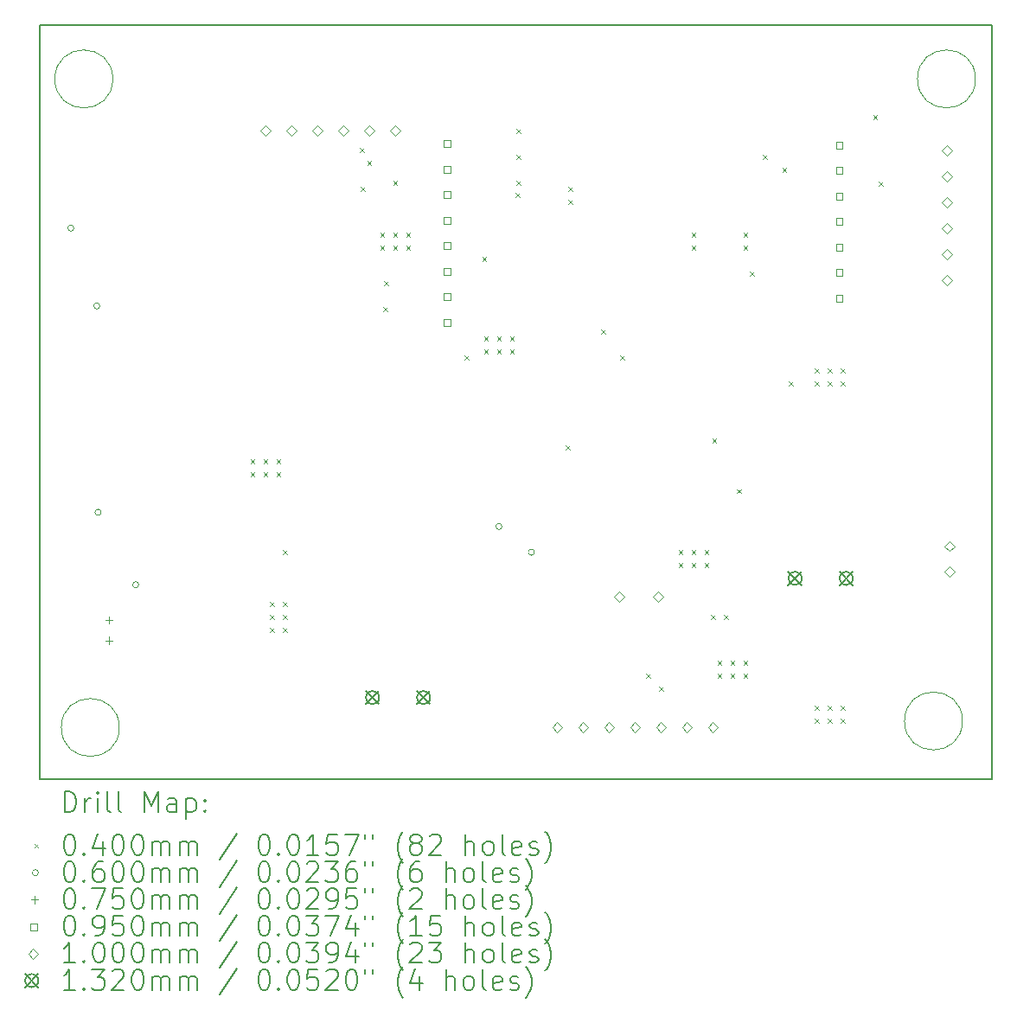
<source format=gbr>
%FSLAX45Y45*%
G04 Gerber Fmt 4.5, Leading zero omitted, Abs format (unit mm)*
G04 Created by KiCad (PCBNEW (6.0.4)) date 2022-05-20 18:14:04*
%MOMM*%
%LPD*%
G01*
G04 APERTURE LIST*
%TA.AperFunction,Profile*%
%ADD10C,0.200000*%
%TD*%
%TA.AperFunction,Profile*%
%ADD11C,0.100000*%
%TD*%
%ADD12C,0.200000*%
%ADD13C,0.040000*%
%ADD14C,0.060000*%
%ADD15C,0.075000*%
%ADD16C,0.095000*%
%ADD17C,0.100000*%
%ADD18C,0.132000*%
G04 APERTURE END LIST*
D10*
X3565500Y-5504000D02*
X12890500Y-5504000D01*
X12890500Y-5504000D02*
X12890500Y-12890500D01*
X12890500Y-12890500D02*
X3565500Y-12890500D01*
X3565500Y-12890500D02*
X3565500Y-5504000D01*
D11*
X12729981Y-6032500D02*
G75*
G03*
X12729981Y-6032500I-283981J0D01*
G01*
X12602981Y-12319000D02*
G75*
G03*
X12602981Y-12319000I-283981J0D01*
G01*
X4347981Y-12382500D02*
G75*
G03*
X4347981Y-12382500I-283981J0D01*
G01*
X4284481Y-6032500D02*
G75*
G03*
X4284481Y-6032500I-283981J0D01*
G01*
D12*
D13*
X5631500Y-9759000D02*
X5671500Y-9799000D01*
X5671500Y-9759000D02*
X5631500Y-9799000D01*
X5631500Y-9886000D02*
X5671500Y-9926000D01*
X5671500Y-9886000D02*
X5631500Y-9926000D01*
X5758500Y-9759000D02*
X5798500Y-9799000D01*
X5798500Y-9759000D02*
X5758500Y-9799000D01*
X5758500Y-9886000D02*
X5798500Y-9926000D01*
X5798500Y-9886000D02*
X5758500Y-9926000D01*
X5822000Y-11156000D02*
X5862000Y-11196000D01*
X5862000Y-11156000D02*
X5822000Y-11196000D01*
X5822000Y-11283000D02*
X5862000Y-11323000D01*
X5862000Y-11283000D02*
X5822000Y-11323000D01*
X5822000Y-11410000D02*
X5862000Y-11450000D01*
X5862000Y-11410000D02*
X5822000Y-11450000D01*
X5885500Y-9759000D02*
X5925500Y-9799000D01*
X5925500Y-9759000D02*
X5885500Y-9799000D01*
X5885500Y-9886000D02*
X5925500Y-9926000D01*
X5925500Y-9886000D02*
X5885500Y-9926000D01*
X5949000Y-10648000D02*
X5989000Y-10688000D01*
X5989000Y-10648000D02*
X5949000Y-10688000D01*
X5949000Y-11156000D02*
X5989000Y-11196000D01*
X5989000Y-11156000D02*
X5949000Y-11196000D01*
X5949000Y-11283000D02*
X5989000Y-11323000D01*
X5989000Y-11283000D02*
X5949000Y-11323000D01*
X5949000Y-11410000D02*
X5989000Y-11450000D01*
X5989000Y-11410000D02*
X5949000Y-11450000D01*
X6702050Y-6711000D02*
X6742050Y-6751000D01*
X6742050Y-6711000D02*
X6702050Y-6751000D01*
X6711000Y-7092000D02*
X6751000Y-7132000D01*
X6751000Y-7092000D02*
X6711000Y-7132000D01*
X6774500Y-6838000D02*
X6814500Y-6878000D01*
X6814500Y-6838000D02*
X6774500Y-6878000D01*
X6901500Y-7536500D02*
X6941500Y-7576500D01*
X6941500Y-7536500D02*
X6901500Y-7576500D01*
X6901500Y-7663500D02*
X6941500Y-7703500D01*
X6941500Y-7663500D02*
X6901500Y-7703500D01*
X6931920Y-8265420D02*
X6971920Y-8305420D01*
X6971920Y-8265420D02*
X6931920Y-8305420D01*
X6937260Y-8015360D02*
X6977260Y-8055360D01*
X6977260Y-8015360D02*
X6937260Y-8055360D01*
X7028500Y-7028500D02*
X7068500Y-7068500D01*
X7068500Y-7028500D02*
X7028500Y-7068500D01*
X7028500Y-7536500D02*
X7068500Y-7576500D01*
X7068500Y-7536500D02*
X7028500Y-7576500D01*
X7028500Y-7663500D02*
X7068500Y-7703500D01*
X7068500Y-7663500D02*
X7028500Y-7703500D01*
X7155500Y-7536500D02*
X7195500Y-7576500D01*
X7195500Y-7536500D02*
X7155500Y-7576500D01*
X7155500Y-7663500D02*
X7195500Y-7703500D01*
X7195500Y-7663500D02*
X7155500Y-7703500D01*
X7727000Y-8743000D02*
X7767000Y-8783000D01*
X7767000Y-8743000D02*
X7727000Y-8783000D01*
X7901025Y-7774025D02*
X7941025Y-7814025D01*
X7941025Y-7774025D02*
X7901025Y-7814025D01*
X7917500Y-8552500D02*
X7957500Y-8592500D01*
X7957500Y-8552500D02*
X7917500Y-8592500D01*
X7917500Y-8679500D02*
X7957500Y-8719500D01*
X7957500Y-8679500D02*
X7917500Y-8719500D01*
X8044500Y-8552500D02*
X8084500Y-8592500D01*
X8084500Y-8552500D02*
X8044500Y-8592500D01*
X8044500Y-8679500D02*
X8084500Y-8719500D01*
X8084500Y-8679500D02*
X8044500Y-8719500D01*
X8171500Y-8552500D02*
X8211500Y-8592500D01*
X8211500Y-8552500D02*
X8171500Y-8592500D01*
X8171500Y-8679500D02*
X8211500Y-8719500D01*
X8211500Y-8679500D02*
X8171500Y-8719500D01*
X8227000Y-7147500D02*
X8267000Y-7187500D01*
X8267000Y-7147500D02*
X8227000Y-7187500D01*
X8235000Y-6520500D02*
X8275000Y-6560500D01*
X8275000Y-6520500D02*
X8235000Y-6560500D01*
X8235000Y-6774500D02*
X8275000Y-6814500D01*
X8275000Y-6774500D02*
X8235000Y-6814500D01*
X8235000Y-7028500D02*
X8275000Y-7068500D01*
X8275000Y-7028500D02*
X8235000Y-7068500D01*
X8715750Y-9623000D02*
X8755750Y-9663000D01*
X8755750Y-9623000D02*
X8715750Y-9663000D01*
X8743000Y-7092000D02*
X8783000Y-7132000D01*
X8783000Y-7092000D02*
X8743000Y-7132000D01*
X8743000Y-7219000D02*
X8783000Y-7259000D01*
X8783000Y-7219000D02*
X8743000Y-7259000D01*
X9062670Y-8489000D02*
X9102670Y-8529000D01*
X9102670Y-8489000D02*
X9062670Y-8529000D01*
X9251000Y-8743000D02*
X9291000Y-8783000D01*
X9291000Y-8743000D02*
X9251000Y-8783000D01*
X9505000Y-11854500D02*
X9545000Y-11894500D01*
X9545000Y-11854500D02*
X9505000Y-11894500D01*
X9632000Y-11981500D02*
X9672000Y-12021500D01*
X9672000Y-11981500D02*
X9632000Y-12021500D01*
X9822500Y-10648000D02*
X9862500Y-10688000D01*
X9862500Y-10648000D02*
X9822500Y-10688000D01*
X9822500Y-10775000D02*
X9862500Y-10815000D01*
X9862500Y-10775000D02*
X9822500Y-10815000D01*
X9949500Y-7536500D02*
X9989500Y-7576500D01*
X9989500Y-7536500D02*
X9949500Y-7576500D01*
X9949500Y-7663500D02*
X9989500Y-7703500D01*
X9989500Y-7663500D02*
X9949500Y-7703500D01*
X9949500Y-10648000D02*
X9989500Y-10688000D01*
X9989500Y-10648000D02*
X9949500Y-10688000D01*
X9949500Y-10775000D02*
X9989500Y-10815000D01*
X9989500Y-10775000D02*
X9949500Y-10815000D01*
X10076500Y-10648000D02*
X10116500Y-10688000D01*
X10116500Y-10648000D02*
X10076500Y-10688000D01*
X10076500Y-10775000D02*
X10116500Y-10815000D01*
X10116500Y-10775000D02*
X10076500Y-10815000D01*
X10140000Y-11283000D02*
X10180000Y-11323000D01*
X10180000Y-11283000D02*
X10140000Y-11323000D01*
X10152590Y-9555910D02*
X10192590Y-9595910D01*
X10192590Y-9555910D02*
X10152590Y-9595910D01*
X10203500Y-11727500D02*
X10243500Y-11767500D01*
X10243500Y-11727500D02*
X10203500Y-11767500D01*
X10203500Y-11854500D02*
X10243500Y-11894500D01*
X10243500Y-11854500D02*
X10203500Y-11894500D01*
X10267000Y-11283000D02*
X10307000Y-11323000D01*
X10307000Y-11283000D02*
X10267000Y-11323000D01*
X10330500Y-11727500D02*
X10370500Y-11767500D01*
X10370500Y-11727500D02*
X10330500Y-11767500D01*
X10330500Y-11854500D02*
X10370500Y-11894500D01*
X10370500Y-11854500D02*
X10330500Y-11894500D01*
X10394000Y-10049500D02*
X10434000Y-10089500D01*
X10434000Y-10049500D02*
X10394000Y-10089500D01*
X10457500Y-7536500D02*
X10497500Y-7576500D01*
X10497500Y-7536500D02*
X10457500Y-7576500D01*
X10457500Y-7663500D02*
X10497500Y-7703500D01*
X10497500Y-7663500D02*
X10457500Y-7703500D01*
X10457500Y-11727500D02*
X10497500Y-11767500D01*
X10497500Y-11727500D02*
X10457500Y-11767500D01*
X10457500Y-11854500D02*
X10497500Y-11894500D01*
X10497500Y-11854500D02*
X10457500Y-11894500D01*
X10521000Y-7917500D02*
X10561000Y-7957500D01*
X10561000Y-7917500D02*
X10521000Y-7957500D01*
X10648000Y-6774500D02*
X10688000Y-6814500D01*
X10688000Y-6774500D02*
X10648000Y-6814500D01*
X10838500Y-6901500D02*
X10878500Y-6941500D01*
X10878500Y-6901500D02*
X10838500Y-6941500D01*
X10902000Y-8997000D02*
X10942000Y-9037000D01*
X10942000Y-8997000D02*
X10902000Y-9037000D01*
X11156000Y-8870000D02*
X11196000Y-8910000D01*
X11196000Y-8870000D02*
X11156000Y-8910000D01*
X11156000Y-8997000D02*
X11196000Y-9037000D01*
X11196000Y-8997000D02*
X11156000Y-9037000D01*
X11156000Y-12172000D02*
X11196000Y-12212000D01*
X11196000Y-12172000D02*
X11156000Y-12212000D01*
X11156000Y-12299000D02*
X11196000Y-12339000D01*
X11196000Y-12299000D02*
X11156000Y-12339000D01*
X11283000Y-8870000D02*
X11323000Y-8910000D01*
X11323000Y-8870000D02*
X11283000Y-8910000D01*
X11283000Y-8997000D02*
X11323000Y-9037000D01*
X11323000Y-8997000D02*
X11283000Y-9037000D01*
X11283000Y-12172000D02*
X11323000Y-12212000D01*
X11323000Y-12172000D02*
X11283000Y-12212000D01*
X11283000Y-12299000D02*
X11323000Y-12339000D01*
X11323000Y-12299000D02*
X11283000Y-12339000D01*
X11410000Y-8870000D02*
X11450000Y-8910000D01*
X11450000Y-8870000D02*
X11410000Y-8910000D01*
X11410000Y-8997000D02*
X11450000Y-9037000D01*
X11450000Y-8997000D02*
X11410000Y-9037000D01*
X11410000Y-12172000D02*
X11450000Y-12212000D01*
X11450000Y-12172000D02*
X11410000Y-12212000D01*
X11410000Y-12299000D02*
X11450000Y-12339000D01*
X11450000Y-12299000D02*
X11410000Y-12339000D01*
X11727500Y-6384550D02*
X11767500Y-6424550D01*
X11767500Y-6384550D02*
X11727500Y-6424550D01*
X11781520Y-7037980D02*
X11821520Y-7077980D01*
X11821520Y-7037980D02*
X11781520Y-7077980D01*
D14*
X3903500Y-7493000D02*
G75*
G03*
X3903500Y-7493000I-30000J0D01*
G01*
X4157500Y-8255000D02*
G75*
G03*
X4157500Y-8255000I-30000J0D01*
G01*
X4169860Y-10274640D02*
G75*
G03*
X4169860Y-10274640I-30000J0D01*
G01*
X4538500Y-10985500D02*
G75*
G03*
X4538500Y-10985500I-30000J0D01*
G01*
X8094500Y-10414000D02*
G75*
G03*
X8094500Y-10414000I-30000J0D01*
G01*
X8412000Y-10668000D02*
G75*
G03*
X8412000Y-10668000I-30000J0D01*
G01*
D15*
X4246000Y-11292500D02*
X4246000Y-11367500D01*
X4208500Y-11330000D02*
X4283500Y-11330000D01*
X4246000Y-11492500D02*
X4246000Y-11567500D01*
X4208500Y-11530000D02*
X4283500Y-11530000D01*
D16*
X7590088Y-6701088D02*
X7590088Y-6633912D01*
X7522912Y-6633912D01*
X7522912Y-6701088D01*
X7590088Y-6701088D01*
X7590088Y-6951088D02*
X7590088Y-6883912D01*
X7522912Y-6883912D01*
X7522912Y-6951088D01*
X7590088Y-6951088D01*
X7590088Y-7201088D02*
X7590088Y-7133912D01*
X7522912Y-7133912D01*
X7522912Y-7201088D01*
X7590088Y-7201088D01*
X7590088Y-7451088D02*
X7590088Y-7383912D01*
X7522912Y-7383912D01*
X7522912Y-7451088D01*
X7590088Y-7451088D01*
X7590088Y-7701088D02*
X7590088Y-7633912D01*
X7522912Y-7633912D01*
X7522912Y-7701088D01*
X7590088Y-7701088D01*
X7590088Y-7951088D02*
X7590088Y-7883912D01*
X7522912Y-7883912D01*
X7522912Y-7951088D01*
X7590088Y-7951088D01*
X7590088Y-8201088D02*
X7590088Y-8133912D01*
X7522912Y-8133912D01*
X7522912Y-8201088D01*
X7590088Y-8201088D01*
X7590088Y-8451088D02*
X7590088Y-8383912D01*
X7522912Y-8383912D01*
X7522912Y-8451088D01*
X7590088Y-8451088D01*
X11430088Y-6713088D02*
X11430088Y-6645912D01*
X11362912Y-6645912D01*
X11362912Y-6713088D01*
X11430088Y-6713088D01*
X11430088Y-6963088D02*
X11430088Y-6895912D01*
X11362912Y-6895912D01*
X11362912Y-6963088D01*
X11430088Y-6963088D01*
X11430088Y-7213088D02*
X11430088Y-7145912D01*
X11362912Y-7145912D01*
X11362912Y-7213088D01*
X11430088Y-7213088D01*
X11430088Y-7463088D02*
X11430088Y-7395912D01*
X11362912Y-7395912D01*
X11362912Y-7463088D01*
X11430088Y-7463088D01*
X11430088Y-7713088D02*
X11430088Y-7645912D01*
X11362912Y-7645912D01*
X11362912Y-7713088D01*
X11430088Y-7713088D01*
X11430088Y-7963088D02*
X11430088Y-7895912D01*
X11362912Y-7895912D01*
X11362912Y-7963088D01*
X11430088Y-7963088D01*
X11430088Y-8213088D02*
X11430088Y-8145912D01*
X11362912Y-8145912D01*
X11362912Y-8213088D01*
X11430088Y-8213088D01*
D17*
X5778500Y-6590500D02*
X5828500Y-6540500D01*
X5778500Y-6490500D01*
X5728500Y-6540500D01*
X5778500Y-6590500D01*
X6032500Y-6590500D02*
X6082500Y-6540500D01*
X6032500Y-6490500D01*
X5982500Y-6540500D01*
X6032500Y-6590500D01*
X6286500Y-6590500D02*
X6336500Y-6540500D01*
X6286500Y-6490500D01*
X6236500Y-6540500D01*
X6286500Y-6590500D01*
X6540500Y-6590500D02*
X6590500Y-6540500D01*
X6540500Y-6490500D01*
X6490500Y-6540500D01*
X6540500Y-6590500D01*
X6794500Y-6590500D02*
X6844500Y-6540500D01*
X6794500Y-6490500D01*
X6744500Y-6540500D01*
X6794500Y-6590500D01*
X7048500Y-6590500D02*
X7098500Y-6540500D01*
X7048500Y-6490500D01*
X6998500Y-6540500D01*
X7048500Y-6590500D01*
X8636000Y-12432500D02*
X8686000Y-12382500D01*
X8636000Y-12332500D01*
X8586000Y-12382500D01*
X8636000Y-12432500D01*
X8890000Y-12432500D02*
X8940000Y-12382500D01*
X8890000Y-12332500D01*
X8840000Y-12382500D01*
X8890000Y-12432500D01*
X9144000Y-12432500D02*
X9194000Y-12382500D01*
X9144000Y-12332500D01*
X9094000Y-12382500D01*
X9144000Y-12432500D01*
X9240520Y-11152340D02*
X9290520Y-11102340D01*
X9240520Y-11052340D01*
X9190520Y-11102340D01*
X9240520Y-11152340D01*
X9398000Y-12432500D02*
X9448000Y-12382500D01*
X9398000Y-12332500D01*
X9348000Y-12382500D01*
X9398000Y-12432500D01*
X9621520Y-11152340D02*
X9671520Y-11102340D01*
X9621520Y-11052340D01*
X9571520Y-11102340D01*
X9621520Y-11152340D01*
X9652000Y-12432500D02*
X9702000Y-12382500D01*
X9652000Y-12332500D01*
X9602000Y-12382500D01*
X9652000Y-12432500D01*
X9906000Y-12432500D02*
X9956000Y-12382500D01*
X9906000Y-12332500D01*
X9856000Y-12382500D01*
X9906000Y-12432500D01*
X10160000Y-12432500D02*
X10210000Y-12382500D01*
X10160000Y-12332500D01*
X10110000Y-12382500D01*
X10160000Y-12432500D01*
X12448500Y-6783500D02*
X12498500Y-6733500D01*
X12448500Y-6683500D01*
X12398500Y-6733500D01*
X12448500Y-6783500D01*
X12448500Y-7037500D02*
X12498500Y-6987500D01*
X12448500Y-6937500D01*
X12398500Y-6987500D01*
X12448500Y-7037500D01*
X12448500Y-7291500D02*
X12498500Y-7241500D01*
X12448500Y-7191500D01*
X12398500Y-7241500D01*
X12448500Y-7291500D01*
X12448500Y-7545500D02*
X12498500Y-7495500D01*
X12448500Y-7445500D01*
X12398500Y-7495500D01*
X12448500Y-7545500D01*
X12448500Y-7799500D02*
X12498500Y-7749500D01*
X12448500Y-7699500D01*
X12398500Y-7749500D01*
X12448500Y-7799500D01*
X12448500Y-8053500D02*
X12498500Y-8003500D01*
X12448500Y-7953500D01*
X12398500Y-8003500D01*
X12448500Y-8053500D01*
X12479500Y-10656500D02*
X12529500Y-10606500D01*
X12479500Y-10556500D01*
X12429500Y-10606500D01*
X12479500Y-10656500D01*
X12479500Y-10906500D02*
X12529500Y-10856500D01*
X12479500Y-10806500D01*
X12429500Y-10856500D01*
X12479500Y-10906500D01*
D18*
X6759000Y-12023500D02*
X6891000Y-12155500D01*
X6891000Y-12023500D02*
X6759000Y-12155500D01*
X6891000Y-12089500D02*
G75*
G03*
X6891000Y-12089500I-66000J0D01*
G01*
X7259000Y-12023500D02*
X7391000Y-12155500D01*
X7391000Y-12023500D02*
X7259000Y-12155500D01*
X7391000Y-12089500D02*
G75*
G03*
X7391000Y-12089500I-66000J0D01*
G01*
X10897000Y-10856000D02*
X11029000Y-10988000D01*
X11029000Y-10856000D02*
X10897000Y-10988000D01*
X11029000Y-10922000D02*
G75*
G03*
X11029000Y-10922000I-66000J0D01*
G01*
X11397000Y-10856000D02*
X11529000Y-10988000D01*
X11529000Y-10856000D02*
X11397000Y-10988000D01*
X11529000Y-10922000D02*
G75*
G03*
X11529000Y-10922000I-66000J0D01*
G01*
D12*
X3813119Y-13210976D02*
X3813119Y-13010976D01*
X3860738Y-13010976D01*
X3889309Y-13020500D01*
X3908357Y-13039548D01*
X3917881Y-13058595D01*
X3927405Y-13096690D01*
X3927405Y-13125262D01*
X3917881Y-13163357D01*
X3908357Y-13182405D01*
X3889309Y-13201452D01*
X3860738Y-13210976D01*
X3813119Y-13210976D01*
X4013119Y-13210976D02*
X4013119Y-13077643D01*
X4013119Y-13115738D02*
X4022643Y-13096690D01*
X4032167Y-13087167D01*
X4051214Y-13077643D01*
X4070262Y-13077643D01*
X4136928Y-13210976D02*
X4136928Y-13077643D01*
X4136928Y-13010976D02*
X4127405Y-13020500D01*
X4136928Y-13030024D01*
X4146452Y-13020500D01*
X4136928Y-13010976D01*
X4136928Y-13030024D01*
X4260738Y-13210976D02*
X4241690Y-13201452D01*
X4232167Y-13182405D01*
X4232167Y-13010976D01*
X4365500Y-13210976D02*
X4346452Y-13201452D01*
X4336929Y-13182405D01*
X4336929Y-13010976D01*
X4594071Y-13210976D02*
X4594071Y-13010976D01*
X4660738Y-13153833D01*
X4727405Y-13010976D01*
X4727405Y-13210976D01*
X4908357Y-13210976D02*
X4908357Y-13106214D01*
X4898833Y-13087167D01*
X4879786Y-13077643D01*
X4841690Y-13077643D01*
X4822643Y-13087167D01*
X4908357Y-13201452D02*
X4889310Y-13210976D01*
X4841690Y-13210976D01*
X4822643Y-13201452D01*
X4813119Y-13182405D01*
X4813119Y-13163357D01*
X4822643Y-13144309D01*
X4841690Y-13134786D01*
X4889310Y-13134786D01*
X4908357Y-13125262D01*
X5003595Y-13077643D02*
X5003595Y-13277643D01*
X5003595Y-13087167D02*
X5022643Y-13077643D01*
X5060738Y-13077643D01*
X5079786Y-13087167D01*
X5089310Y-13096690D01*
X5098833Y-13115738D01*
X5098833Y-13172881D01*
X5089310Y-13191928D01*
X5079786Y-13201452D01*
X5060738Y-13210976D01*
X5022643Y-13210976D01*
X5003595Y-13201452D01*
X5184548Y-13191928D02*
X5194071Y-13201452D01*
X5184548Y-13210976D01*
X5175024Y-13201452D01*
X5184548Y-13191928D01*
X5184548Y-13210976D01*
X5184548Y-13087167D02*
X5194071Y-13096690D01*
X5184548Y-13106214D01*
X5175024Y-13096690D01*
X5184548Y-13087167D01*
X5184548Y-13106214D01*
D13*
X3515500Y-13520500D02*
X3555500Y-13560500D01*
X3555500Y-13520500D02*
X3515500Y-13560500D01*
D12*
X3851214Y-13430976D02*
X3870262Y-13430976D01*
X3889309Y-13440500D01*
X3898833Y-13450024D01*
X3908357Y-13469071D01*
X3917881Y-13507167D01*
X3917881Y-13554786D01*
X3908357Y-13592881D01*
X3898833Y-13611928D01*
X3889309Y-13621452D01*
X3870262Y-13630976D01*
X3851214Y-13630976D01*
X3832167Y-13621452D01*
X3822643Y-13611928D01*
X3813119Y-13592881D01*
X3803595Y-13554786D01*
X3803595Y-13507167D01*
X3813119Y-13469071D01*
X3822643Y-13450024D01*
X3832167Y-13440500D01*
X3851214Y-13430976D01*
X4003595Y-13611928D02*
X4013119Y-13621452D01*
X4003595Y-13630976D01*
X3994071Y-13621452D01*
X4003595Y-13611928D01*
X4003595Y-13630976D01*
X4184548Y-13497643D02*
X4184548Y-13630976D01*
X4136928Y-13421452D02*
X4089309Y-13564309D01*
X4213119Y-13564309D01*
X4327405Y-13430976D02*
X4346452Y-13430976D01*
X4365500Y-13440500D01*
X4375024Y-13450024D01*
X4384548Y-13469071D01*
X4394071Y-13507167D01*
X4394071Y-13554786D01*
X4384548Y-13592881D01*
X4375024Y-13611928D01*
X4365500Y-13621452D01*
X4346452Y-13630976D01*
X4327405Y-13630976D01*
X4308357Y-13621452D01*
X4298833Y-13611928D01*
X4289310Y-13592881D01*
X4279786Y-13554786D01*
X4279786Y-13507167D01*
X4289310Y-13469071D01*
X4298833Y-13450024D01*
X4308357Y-13440500D01*
X4327405Y-13430976D01*
X4517881Y-13430976D02*
X4536929Y-13430976D01*
X4555976Y-13440500D01*
X4565500Y-13450024D01*
X4575024Y-13469071D01*
X4584548Y-13507167D01*
X4584548Y-13554786D01*
X4575024Y-13592881D01*
X4565500Y-13611928D01*
X4555976Y-13621452D01*
X4536929Y-13630976D01*
X4517881Y-13630976D01*
X4498833Y-13621452D01*
X4489310Y-13611928D01*
X4479786Y-13592881D01*
X4470262Y-13554786D01*
X4470262Y-13507167D01*
X4479786Y-13469071D01*
X4489310Y-13450024D01*
X4498833Y-13440500D01*
X4517881Y-13430976D01*
X4670262Y-13630976D02*
X4670262Y-13497643D01*
X4670262Y-13516690D02*
X4679786Y-13507167D01*
X4698833Y-13497643D01*
X4727405Y-13497643D01*
X4746452Y-13507167D01*
X4755976Y-13526214D01*
X4755976Y-13630976D01*
X4755976Y-13526214D02*
X4765500Y-13507167D01*
X4784548Y-13497643D01*
X4813119Y-13497643D01*
X4832167Y-13507167D01*
X4841690Y-13526214D01*
X4841690Y-13630976D01*
X4936929Y-13630976D02*
X4936929Y-13497643D01*
X4936929Y-13516690D02*
X4946452Y-13507167D01*
X4965500Y-13497643D01*
X4994071Y-13497643D01*
X5013119Y-13507167D01*
X5022643Y-13526214D01*
X5022643Y-13630976D01*
X5022643Y-13526214D02*
X5032167Y-13507167D01*
X5051214Y-13497643D01*
X5079786Y-13497643D01*
X5098833Y-13507167D01*
X5108357Y-13526214D01*
X5108357Y-13630976D01*
X5498833Y-13421452D02*
X5327405Y-13678595D01*
X5755976Y-13430976D02*
X5775024Y-13430976D01*
X5794071Y-13440500D01*
X5803595Y-13450024D01*
X5813119Y-13469071D01*
X5822643Y-13507167D01*
X5822643Y-13554786D01*
X5813119Y-13592881D01*
X5803595Y-13611928D01*
X5794071Y-13621452D01*
X5775024Y-13630976D01*
X5755976Y-13630976D01*
X5736928Y-13621452D01*
X5727405Y-13611928D01*
X5717881Y-13592881D01*
X5708357Y-13554786D01*
X5708357Y-13507167D01*
X5717881Y-13469071D01*
X5727405Y-13450024D01*
X5736928Y-13440500D01*
X5755976Y-13430976D01*
X5908357Y-13611928D02*
X5917881Y-13621452D01*
X5908357Y-13630976D01*
X5898833Y-13621452D01*
X5908357Y-13611928D01*
X5908357Y-13630976D01*
X6041690Y-13430976D02*
X6060738Y-13430976D01*
X6079786Y-13440500D01*
X6089309Y-13450024D01*
X6098833Y-13469071D01*
X6108357Y-13507167D01*
X6108357Y-13554786D01*
X6098833Y-13592881D01*
X6089309Y-13611928D01*
X6079786Y-13621452D01*
X6060738Y-13630976D01*
X6041690Y-13630976D01*
X6022643Y-13621452D01*
X6013119Y-13611928D01*
X6003595Y-13592881D01*
X5994071Y-13554786D01*
X5994071Y-13507167D01*
X6003595Y-13469071D01*
X6013119Y-13450024D01*
X6022643Y-13440500D01*
X6041690Y-13430976D01*
X6298833Y-13630976D02*
X6184548Y-13630976D01*
X6241690Y-13630976D02*
X6241690Y-13430976D01*
X6222643Y-13459548D01*
X6203595Y-13478595D01*
X6184548Y-13488119D01*
X6479786Y-13430976D02*
X6384548Y-13430976D01*
X6375024Y-13526214D01*
X6384548Y-13516690D01*
X6403595Y-13507167D01*
X6451214Y-13507167D01*
X6470262Y-13516690D01*
X6479786Y-13526214D01*
X6489309Y-13545262D01*
X6489309Y-13592881D01*
X6479786Y-13611928D01*
X6470262Y-13621452D01*
X6451214Y-13630976D01*
X6403595Y-13630976D01*
X6384548Y-13621452D01*
X6375024Y-13611928D01*
X6555976Y-13430976D02*
X6689309Y-13430976D01*
X6603595Y-13630976D01*
X6755976Y-13430976D02*
X6755976Y-13469071D01*
X6832167Y-13430976D02*
X6832167Y-13469071D01*
X7127405Y-13707167D02*
X7117881Y-13697643D01*
X7098833Y-13669071D01*
X7089309Y-13650024D01*
X7079786Y-13621452D01*
X7070262Y-13573833D01*
X7070262Y-13535738D01*
X7079786Y-13488119D01*
X7089309Y-13459548D01*
X7098833Y-13440500D01*
X7117881Y-13411928D01*
X7127405Y-13402405D01*
X7232167Y-13516690D02*
X7213119Y-13507167D01*
X7203595Y-13497643D01*
X7194071Y-13478595D01*
X7194071Y-13469071D01*
X7203595Y-13450024D01*
X7213119Y-13440500D01*
X7232167Y-13430976D01*
X7270262Y-13430976D01*
X7289309Y-13440500D01*
X7298833Y-13450024D01*
X7308357Y-13469071D01*
X7308357Y-13478595D01*
X7298833Y-13497643D01*
X7289309Y-13507167D01*
X7270262Y-13516690D01*
X7232167Y-13516690D01*
X7213119Y-13526214D01*
X7203595Y-13535738D01*
X7194071Y-13554786D01*
X7194071Y-13592881D01*
X7203595Y-13611928D01*
X7213119Y-13621452D01*
X7232167Y-13630976D01*
X7270262Y-13630976D01*
X7289309Y-13621452D01*
X7298833Y-13611928D01*
X7308357Y-13592881D01*
X7308357Y-13554786D01*
X7298833Y-13535738D01*
X7289309Y-13526214D01*
X7270262Y-13516690D01*
X7384548Y-13450024D02*
X7394071Y-13440500D01*
X7413119Y-13430976D01*
X7460738Y-13430976D01*
X7479786Y-13440500D01*
X7489309Y-13450024D01*
X7498833Y-13469071D01*
X7498833Y-13488119D01*
X7489309Y-13516690D01*
X7375024Y-13630976D01*
X7498833Y-13630976D01*
X7736928Y-13630976D02*
X7736928Y-13430976D01*
X7822643Y-13630976D02*
X7822643Y-13526214D01*
X7813119Y-13507167D01*
X7794071Y-13497643D01*
X7765500Y-13497643D01*
X7746452Y-13507167D01*
X7736928Y-13516690D01*
X7946452Y-13630976D02*
X7927405Y-13621452D01*
X7917881Y-13611928D01*
X7908357Y-13592881D01*
X7908357Y-13535738D01*
X7917881Y-13516690D01*
X7927405Y-13507167D01*
X7946452Y-13497643D01*
X7975024Y-13497643D01*
X7994071Y-13507167D01*
X8003595Y-13516690D01*
X8013119Y-13535738D01*
X8013119Y-13592881D01*
X8003595Y-13611928D01*
X7994071Y-13621452D01*
X7975024Y-13630976D01*
X7946452Y-13630976D01*
X8127405Y-13630976D02*
X8108357Y-13621452D01*
X8098833Y-13602405D01*
X8098833Y-13430976D01*
X8279786Y-13621452D02*
X8260738Y-13630976D01*
X8222643Y-13630976D01*
X8203595Y-13621452D01*
X8194071Y-13602405D01*
X8194071Y-13526214D01*
X8203595Y-13507167D01*
X8222643Y-13497643D01*
X8260738Y-13497643D01*
X8279786Y-13507167D01*
X8289309Y-13526214D01*
X8289309Y-13545262D01*
X8194071Y-13564309D01*
X8365500Y-13621452D02*
X8384548Y-13630976D01*
X8422643Y-13630976D01*
X8441690Y-13621452D01*
X8451214Y-13602405D01*
X8451214Y-13592881D01*
X8441690Y-13573833D01*
X8422643Y-13564309D01*
X8394071Y-13564309D01*
X8375024Y-13554786D01*
X8365500Y-13535738D01*
X8365500Y-13526214D01*
X8375024Y-13507167D01*
X8394071Y-13497643D01*
X8422643Y-13497643D01*
X8441690Y-13507167D01*
X8517881Y-13707167D02*
X8527405Y-13697643D01*
X8546452Y-13669071D01*
X8555976Y-13650024D01*
X8565500Y-13621452D01*
X8575024Y-13573833D01*
X8575024Y-13535738D01*
X8565500Y-13488119D01*
X8555976Y-13459548D01*
X8546452Y-13440500D01*
X8527405Y-13411928D01*
X8517881Y-13402405D01*
D14*
X3555500Y-13804500D02*
G75*
G03*
X3555500Y-13804500I-30000J0D01*
G01*
D12*
X3851214Y-13694976D02*
X3870262Y-13694976D01*
X3889309Y-13704500D01*
X3898833Y-13714024D01*
X3908357Y-13733071D01*
X3917881Y-13771167D01*
X3917881Y-13818786D01*
X3908357Y-13856881D01*
X3898833Y-13875928D01*
X3889309Y-13885452D01*
X3870262Y-13894976D01*
X3851214Y-13894976D01*
X3832167Y-13885452D01*
X3822643Y-13875928D01*
X3813119Y-13856881D01*
X3803595Y-13818786D01*
X3803595Y-13771167D01*
X3813119Y-13733071D01*
X3822643Y-13714024D01*
X3832167Y-13704500D01*
X3851214Y-13694976D01*
X4003595Y-13875928D02*
X4013119Y-13885452D01*
X4003595Y-13894976D01*
X3994071Y-13885452D01*
X4003595Y-13875928D01*
X4003595Y-13894976D01*
X4184548Y-13694976D02*
X4146452Y-13694976D01*
X4127405Y-13704500D01*
X4117881Y-13714024D01*
X4098833Y-13742595D01*
X4089309Y-13780690D01*
X4089309Y-13856881D01*
X4098833Y-13875928D01*
X4108357Y-13885452D01*
X4127405Y-13894976D01*
X4165500Y-13894976D01*
X4184548Y-13885452D01*
X4194071Y-13875928D01*
X4203595Y-13856881D01*
X4203595Y-13809262D01*
X4194071Y-13790214D01*
X4184548Y-13780690D01*
X4165500Y-13771167D01*
X4127405Y-13771167D01*
X4108357Y-13780690D01*
X4098833Y-13790214D01*
X4089309Y-13809262D01*
X4327405Y-13694976D02*
X4346452Y-13694976D01*
X4365500Y-13704500D01*
X4375024Y-13714024D01*
X4384548Y-13733071D01*
X4394071Y-13771167D01*
X4394071Y-13818786D01*
X4384548Y-13856881D01*
X4375024Y-13875928D01*
X4365500Y-13885452D01*
X4346452Y-13894976D01*
X4327405Y-13894976D01*
X4308357Y-13885452D01*
X4298833Y-13875928D01*
X4289310Y-13856881D01*
X4279786Y-13818786D01*
X4279786Y-13771167D01*
X4289310Y-13733071D01*
X4298833Y-13714024D01*
X4308357Y-13704500D01*
X4327405Y-13694976D01*
X4517881Y-13694976D02*
X4536929Y-13694976D01*
X4555976Y-13704500D01*
X4565500Y-13714024D01*
X4575024Y-13733071D01*
X4584548Y-13771167D01*
X4584548Y-13818786D01*
X4575024Y-13856881D01*
X4565500Y-13875928D01*
X4555976Y-13885452D01*
X4536929Y-13894976D01*
X4517881Y-13894976D01*
X4498833Y-13885452D01*
X4489310Y-13875928D01*
X4479786Y-13856881D01*
X4470262Y-13818786D01*
X4470262Y-13771167D01*
X4479786Y-13733071D01*
X4489310Y-13714024D01*
X4498833Y-13704500D01*
X4517881Y-13694976D01*
X4670262Y-13894976D02*
X4670262Y-13761643D01*
X4670262Y-13780690D02*
X4679786Y-13771167D01*
X4698833Y-13761643D01*
X4727405Y-13761643D01*
X4746452Y-13771167D01*
X4755976Y-13790214D01*
X4755976Y-13894976D01*
X4755976Y-13790214D02*
X4765500Y-13771167D01*
X4784548Y-13761643D01*
X4813119Y-13761643D01*
X4832167Y-13771167D01*
X4841690Y-13790214D01*
X4841690Y-13894976D01*
X4936929Y-13894976D02*
X4936929Y-13761643D01*
X4936929Y-13780690D02*
X4946452Y-13771167D01*
X4965500Y-13761643D01*
X4994071Y-13761643D01*
X5013119Y-13771167D01*
X5022643Y-13790214D01*
X5022643Y-13894976D01*
X5022643Y-13790214D02*
X5032167Y-13771167D01*
X5051214Y-13761643D01*
X5079786Y-13761643D01*
X5098833Y-13771167D01*
X5108357Y-13790214D01*
X5108357Y-13894976D01*
X5498833Y-13685452D02*
X5327405Y-13942595D01*
X5755976Y-13694976D02*
X5775024Y-13694976D01*
X5794071Y-13704500D01*
X5803595Y-13714024D01*
X5813119Y-13733071D01*
X5822643Y-13771167D01*
X5822643Y-13818786D01*
X5813119Y-13856881D01*
X5803595Y-13875928D01*
X5794071Y-13885452D01*
X5775024Y-13894976D01*
X5755976Y-13894976D01*
X5736928Y-13885452D01*
X5727405Y-13875928D01*
X5717881Y-13856881D01*
X5708357Y-13818786D01*
X5708357Y-13771167D01*
X5717881Y-13733071D01*
X5727405Y-13714024D01*
X5736928Y-13704500D01*
X5755976Y-13694976D01*
X5908357Y-13875928D02*
X5917881Y-13885452D01*
X5908357Y-13894976D01*
X5898833Y-13885452D01*
X5908357Y-13875928D01*
X5908357Y-13894976D01*
X6041690Y-13694976D02*
X6060738Y-13694976D01*
X6079786Y-13704500D01*
X6089309Y-13714024D01*
X6098833Y-13733071D01*
X6108357Y-13771167D01*
X6108357Y-13818786D01*
X6098833Y-13856881D01*
X6089309Y-13875928D01*
X6079786Y-13885452D01*
X6060738Y-13894976D01*
X6041690Y-13894976D01*
X6022643Y-13885452D01*
X6013119Y-13875928D01*
X6003595Y-13856881D01*
X5994071Y-13818786D01*
X5994071Y-13771167D01*
X6003595Y-13733071D01*
X6013119Y-13714024D01*
X6022643Y-13704500D01*
X6041690Y-13694976D01*
X6184548Y-13714024D02*
X6194071Y-13704500D01*
X6213119Y-13694976D01*
X6260738Y-13694976D01*
X6279786Y-13704500D01*
X6289309Y-13714024D01*
X6298833Y-13733071D01*
X6298833Y-13752119D01*
X6289309Y-13780690D01*
X6175024Y-13894976D01*
X6298833Y-13894976D01*
X6365500Y-13694976D02*
X6489309Y-13694976D01*
X6422643Y-13771167D01*
X6451214Y-13771167D01*
X6470262Y-13780690D01*
X6479786Y-13790214D01*
X6489309Y-13809262D01*
X6489309Y-13856881D01*
X6479786Y-13875928D01*
X6470262Y-13885452D01*
X6451214Y-13894976D01*
X6394071Y-13894976D01*
X6375024Y-13885452D01*
X6365500Y-13875928D01*
X6660738Y-13694976D02*
X6622643Y-13694976D01*
X6603595Y-13704500D01*
X6594071Y-13714024D01*
X6575024Y-13742595D01*
X6565500Y-13780690D01*
X6565500Y-13856881D01*
X6575024Y-13875928D01*
X6584548Y-13885452D01*
X6603595Y-13894976D01*
X6641690Y-13894976D01*
X6660738Y-13885452D01*
X6670262Y-13875928D01*
X6679786Y-13856881D01*
X6679786Y-13809262D01*
X6670262Y-13790214D01*
X6660738Y-13780690D01*
X6641690Y-13771167D01*
X6603595Y-13771167D01*
X6584548Y-13780690D01*
X6575024Y-13790214D01*
X6565500Y-13809262D01*
X6755976Y-13694976D02*
X6755976Y-13733071D01*
X6832167Y-13694976D02*
X6832167Y-13733071D01*
X7127405Y-13971167D02*
X7117881Y-13961643D01*
X7098833Y-13933071D01*
X7089309Y-13914024D01*
X7079786Y-13885452D01*
X7070262Y-13837833D01*
X7070262Y-13799738D01*
X7079786Y-13752119D01*
X7089309Y-13723548D01*
X7098833Y-13704500D01*
X7117881Y-13675928D01*
X7127405Y-13666405D01*
X7289309Y-13694976D02*
X7251214Y-13694976D01*
X7232167Y-13704500D01*
X7222643Y-13714024D01*
X7203595Y-13742595D01*
X7194071Y-13780690D01*
X7194071Y-13856881D01*
X7203595Y-13875928D01*
X7213119Y-13885452D01*
X7232167Y-13894976D01*
X7270262Y-13894976D01*
X7289309Y-13885452D01*
X7298833Y-13875928D01*
X7308357Y-13856881D01*
X7308357Y-13809262D01*
X7298833Y-13790214D01*
X7289309Y-13780690D01*
X7270262Y-13771167D01*
X7232167Y-13771167D01*
X7213119Y-13780690D01*
X7203595Y-13790214D01*
X7194071Y-13809262D01*
X7546452Y-13894976D02*
X7546452Y-13694976D01*
X7632167Y-13894976D02*
X7632167Y-13790214D01*
X7622643Y-13771167D01*
X7603595Y-13761643D01*
X7575024Y-13761643D01*
X7555976Y-13771167D01*
X7546452Y-13780690D01*
X7755976Y-13894976D02*
X7736928Y-13885452D01*
X7727405Y-13875928D01*
X7717881Y-13856881D01*
X7717881Y-13799738D01*
X7727405Y-13780690D01*
X7736928Y-13771167D01*
X7755976Y-13761643D01*
X7784548Y-13761643D01*
X7803595Y-13771167D01*
X7813119Y-13780690D01*
X7822643Y-13799738D01*
X7822643Y-13856881D01*
X7813119Y-13875928D01*
X7803595Y-13885452D01*
X7784548Y-13894976D01*
X7755976Y-13894976D01*
X7936928Y-13894976D02*
X7917881Y-13885452D01*
X7908357Y-13866405D01*
X7908357Y-13694976D01*
X8089309Y-13885452D02*
X8070262Y-13894976D01*
X8032167Y-13894976D01*
X8013119Y-13885452D01*
X8003595Y-13866405D01*
X8003595Y-13790214D01*
X8013119Y-13771167D01*
X8032167Y-13761643D01*
X8070262Y-13761643D01*
X8089309Y-13771167D01*
X8098833Y-13790214D01*
X8098833Y-13809262D01*
X8003595Y-13828309D01*
X8175024Y-13885452D02*
X8194071Y-13894976D01*
X8232167Y-13894976D01*
X8251214Y-13885452D01*
X8260738Y-13866405D01*
X8260738Y-13856881D01*
X8251214Y-13837833D01*
X8232167Y-13828309D01*
X8203595Y-13828309D01*
X8184548Y-13818786D01*
X8175024Y-13799738D01*
X8175024Y-13790214D01*
X8184548Y-13771167D01*
X8203595Y-13761643D01*
X8232167Y-13761643D01*
X8251214Y-13771167D01*
X8327405Y-13971167D02*
X8336928Y-13961643D01*
X8355976Y-13933071D01*
X8365500Y-13914024D01*
X8375024Y-13885452D01*
X8384548Y-13837833D01*
X8384548Y-13799738D01*
X8375024Y-13752119D01*
X8365500Y-13723548D01*
X8355976Y-13704500D01*
X8336928Y-13675928D01*
X8327405Y-13666405D01*
D15*
X3518000Y-14031000D02*
X3518000Y-14106000D01*
X3480500Y-14068500D02*
X3555500Y-14068500D01*
D12*
X3851214Y-13958976D02*
X3870262Y-13958976D01*
X3889309Y-13968500D01*
X3898833Y-13978024D01*
X3908357Y-13997071D01*
X3917881Y-14035167D01*
X3917881Y-14082786D01*
X3908357Y-14120881D01*
X3898833Y-14139928D01*
X3889309Y-14149452D01*
X3870262Y-14158976D01*
X3851214Y-14158976D01*
X3832167Y-14149452D01*
X3822643Y-14139928D01*
X3813119Y-14120881D01*
X3803595Y-14082786D01*
X3803595Y-14035167D01*
X3813119Y-13997071D01*
X3822643Y-13978024D01*
X3832167Y-13968500D01*
X3851214Y-13958976D01*
X4003595Y-14139928D02*
X4013119Y-14149452D01*
X4003595Y-14158976D01*
X3994071Y-14149452D01*
X4003595Y-14139928D01*
X4003595Y-14158976D01*
X4079786Y-13958976D02*
X4213119Y-13958976D01*
X4127405Y-14158976D01*
X4384548Y-13958976D02*
X4289310Y-13958976D01*
X4279786Y-14054214D01*
X4289310Y-14044690D01*
X4308357Y-14035167D01*
X4355976Y-14035167D01*
X4375024Y-14044690D01*
X4384548Y-14054214D01*
X4394071Y-14073262D01*
X4394071Y-14120881D01*
X4384548Y-14139928D01*
X4375024Y-14149452D01*
X4355976Y-14158976D01*
X4308357Y-14158976D01*
X4289310Y-14149452D01*
X4279786Y-14139928D01*
X4517881Y-13958976D02*
X4536929Y-13958976D01*
X4555976Y-13968500D01*
X4565500Y-13978024D01*
X4575024Y-13997071D01*
X4584548Y-14035167D01*
X4584548Y-14082786D01*
X4575024Y-14120881D01*
X4565500Y-14139928D01*
X4555976Y-14149452D01*
X4536929Y-14158976D01*
X4517881Y-14158976D01*
X4498833Y-14149452D01*
X4489310Y-14139928D01*
X4479786Y-14120881D01*
X4470262Y-14082786D01*
X4470262Y-14035167D01*
X4479786Y-13997071D01*
X4489310Y-13978024D01*
X4498833Y-13968500D01*
X4517881Y-13958976D01*
X4670262Y-14158976D02*
X4670262Y-14025643D01*
X4670262Y-14044690D02*
X4679786Y-14035167D01*
X4698833Y-14025643D01*
X4727405Y-14025643D01*
X4746452Y-14035167D01*
X4755976Y-14054214D01*
X4755976Y-14158976D01*
X4755976Y-14054214D02*
X4765500Y-14035167D01*
X4784548Y-14025643D01*
X4813119Y-14025643D01*
X4832167Y-14035167D01*
X4841690Y-14054214D01*
X4841690Y-14158976D01*
X4936929Y-14158976D02*
X4936929Y-14025643D01*
X4936929Y-14044690D02*
X4946452Y-14035167D01*
X4965500Y-14025643D01*
X4994071Y-14025643D01*
X5013119Y-14035167D01*
X5022643Y-14054214D01*
X5022643Y-14158976D01*
X5022643Y-14054214D02*
X5032167Y-14035167D01*
X5051214Y-14025643D01*
X5079786Y-14025643D01*
X5098833Y-14035167D01*
X5108357Y-14054214D01*
X5108357Y-14158976D01*
X5498833Y-13949452D02*
X5327405Y-14206595D01*
X5755976Y-13958976D02*
X5775024Y-13958976D01*
X5794071Y-13968500D01*
X5803595Y-13978024D01*
X5813119Y-13997071D01*
X5822643Y-14035167D01*
X5822643Y-14082786D01*
X5813119Y-14120881D01*
X5803595Y-14139928D01*
X5794071Y-14149452D01*
X5775024Y-14158976D01*
X5755976Y-14158976D01*
X5736928Y-14149452D01*
X5727405Y-14139928D01*
X5717881Y-14120881D01*
X5708357Y-14082786D01*
X5708357Y-14035167D01*
X5717881Y-13997071D01*
X5727405Y-13978024D01*
X5736928Y-13968500D01*
X5755976Y-13958976D01*
X5908357Y-14139928D02*
X5917881Y-14149452D01*
X5908357Y-14158976D01*
X5898833Y-14149452D01*
X5908357Y-14139928D01*
X5908357Y-14158976D01*
X6041690Y-13958976D02*
X6060738Y-13958976D01*
X6079786Y-13968500D01*
X6089309Y-13978024D01*
X6098833Y-13997071D01*
X6108357Y-14035167D01*
X6108357Y-14082786D01*
X6098833Y-14120881D01*
X6089309Y-14139928D01*
X6079786Y-14149452D01*
X6060738Y-14158976D01*
X6041690Y-14158976D01*
X6022643Y-14149452D01*
X6013119Y-14139928D01*
X6003595Y-14120881D01*
X5994071Y-14082786D01*
X5994071Y-14035167D01*
X6003595Y-13997071D01*
X6013119Y-13978024D01*
X6022643Y-13968500D01*
X6041690Y-13958976D01*
X6184548Y-13978024D02*
X6194071Y-13968500D01*
X6213119Y-13958976D01*
X6260738Y-13958976D01*
X6279786Y-13968500D01*
X6289309Y-13978024D01*
X6298833Y-13997071D01*
X6298833Y-14016119D01*
X6289309Y-14044690D01*
X6175024Y-14158976D01*
X6298833Y-14158976D01*
X6394071Y-14158976D02*
X6432167Y-14158976D01*
X6451214Y-14149452D01*
X6460738Y-14139928D01*
X6479786Y-14111357D01*
X6489309Y-14073262D01*
X6489309Y-13997071D01*
X6479786Y-13978024D01*
X6470262Y-13968500D01*
X6451214Y-13958976D01*
X6413119Y-13958976D01*
X6394071Y-13968500D01*
X6384548Y-13978024D01*
X6375024Y-13997071D01*
X6375024Y-14044690D01*
X6384548Y-14063738D01*
X6394071Y-14073262D01*
X6413119Y-14082786D01*
X6451214Y-14082786D01*
X6470262Y-14073262D01*
X6479786Y-14063738D01*
X6489309Y-14044690D01*
X6670262Y-13958976D02*
X6575024Y-13958976D01*
X6565500Y-14054214D01*
X6575024Y-14044690D01*
X6594071Y-14035167D01*
X6641690Y-14035167D01*
X6660738Y-14044690D01*
X6670262Y-14054214D01*
X6679786Y-14073262D01*
X6679786Y-14120881D01*
X6670262Y-14139928D01*
X6660738Y-14149452D01*
X6641690Y-14158976D01*
X6594071Y-14158976D01*
X6575024Y-14149452D01*
X6565500Y-14139928D01*
X6755976Y-13958976D02*
X6755976Y-13997071D01*
X6832167Y-13958976D02*
X6832167Y-13997071D01*
X7127405Y-14235167D02*
X7117881Y-14225643D01*
X7098833Y-14197071D01*
X7089309Y-14178024D01*
X7079786Y-14149452D01*
X7070262Y-14101833D01*
X7070262Y-14063738D01*
X7079786Y-14016119D01*
X7089309Y-13987548D01*
X7098833Y-13968500D01*
X7117881Y-13939928D01*
X7127405Y-13930405D01*
X7194071Y-13978024D02*
X7203595Y-13968500D01*
X7222643Y-13958976D01*
X7270262Y-13958976D01*
X7289309Y-13968500D01*
X7298833Y-13978024D01*
X7308357Y-13997071D01*
X7308357Y-14016119D01*
X7298833Y-14044690D01*
X7184548Y-14158976D01*
X7308357Y-14158976D01*
X7546452Y-14158976D02*
X7546452Y-13958976D01*
X7632167Y-14158976D02*
X7632167Y-14054214D01*
X7622643Y-14035167D01*
X7603595Y-14025643D01*
X7575024Y-14025643D01*
X7555976Y-14035167D01*
X7546452Y-14044690D01*
X7755976Y-14158976D02*
X7736928Y-14149452D01*
X7727405Y-14139928D01*
X7717881Y-14120881D01*
X7717881Y-14063738D01*
X7727405Y-14044690D01*
X7736928Y-14035167D01*
X7755976Y-14025643D01*
X7784548Y-14025643D01*
X7803595Y-14035167D01*
X7813119Y-14044690D01*
X7822643Y-14063738D01*
X7822643Y-14120881D01*
X7813119Y-14139928D01*
X7803595Y-14149452D01*
X7784548Y-14158976D01*
X7755976Y-14158976D01*
X7936928Y-14158976D02*
X7917881Y-14149452D01*
X7908357Y-14130405D01*
X7908357Y-13958976D01*
X8089309Y-14149452D02*
X8070262Y-14158976D01*
X8032167Y-14158976D01*
X8013119Y-14149452D01*
X8003595Y-14130405D01*
X8003595Y-14054214D01*
X8013119Y-14035167D01*
X8032167Y-14025643D01*
X8070262Y-14025643D01*
X8089309Y-14035167D01*
X8098833Y-14054214D01*
X8098833Y-14073262D01*
X8003595Y-14092309D01*
X8175024Y-14149452D02*
X8194071Y-14158976D01*
X8232167Y-14158976D01*
X8251214Y-14149452D01*
X8260738Y-14130405D01*
X8260738Y-14120881D01*
X8251214Y-14101833D01*
X8232167Y-14092309D01*
X8203595Y-14092309D01*
X8184548Y-14082786D01*
X8175024Y-14063738D01*
X8175024Y-14054214D01*
X8184548Y-14035167D01*
X8203595Y-14025643D01*
X8232167Y-14025643D01*
X8251214Y-14035167D01*
X8327405Y-14235167D02*
X8336928Y-14225643D01*
X8355976Y-14197071D01*
X8365500Y-14178024D01*
X8375024Y-14149452D01*
X8384548Y-14101833D01*
X8384548Y-14063738D01*
X8375024Y-14016119D01*
X8365500Y-13987548D01*
X8355976Y-13968500D01*
X8336928Y-13939928D01*
X8327405Y-13930405D01*
D16*
X3541588Y-14366088D02*
X3541588Y-14298912D01*
X3474412Y-14298912D01*
X3474412Y-14366088D01*
X3541588Y-14366088D01*
D12*
X3851214Y-14222976D02*
X3870262Y-14222976D01*
X3889309Y-14232500D01*
X3898833Y-14242024D01*
X3908357Y-14261071D01*
X3917881Y-14299167D01*
X3917881Y-14346786D01*
X3908357Y-14384881D01*
X3898833Y-14403928D01*
X3889309Y-14413452D01*
X3870262Y-14422976D01*
X3851214Y-14422976D01*
X3832167Y-14413452D01*
X3822643Y-14403928D01*
X3813119Y-14384881D01*
X3803595Y-14346786D01*
X3803595Y-14299167D01*
X3813119Y-14261071D01*
X3822643Y-14242024D01*
X3832167Y-14232500D01*
X3851214Y-14222976D01*
X4003595Y-14403928D02*
X4013119Y-14413452D01*
X4003595Y-14422976D01*
X3994071Y-14413452D01*
X4003595Y-14403928D01*
X4003595Y-14422976D01*
X4108357Y-14422976D02*
X4146452Y-14422976D01*
X4165500Y-14413452D01*
X4175024Y-14403928D01*
X4194071Y-14375357D01*
X4203595Y-14337262D01*
X4203595Y-14261071D01*
X4194071Y-14242024D01*
X4184548Y-14232500D01*
X4165500Y-14222976D01*
X4127405Y-14222976D01*
X4108357Y-14232500D01*
X4098833Y-14242024D01*
X4089309Y-14261071D01*
X4089309Y-14308690D01*
X4098833Y-14327738D01*
X4108357Y-14337262D01*
X4127405Y-14346786D01*
X4165500Y-14346786D01*
X4184548Y-14337262D01*
X4194071Y-14327738D01*
X4203595Y-14308690D01*
X4384548Y-14222976D02*
X4289310Y-14222976D01*
X4279786Y-14318214D01*
X4289310Y-14308690D01*
X4308357Y-14299167D01*
X4355976Y-14299167D01*
X4375024Y-14308690D01*
X4384548Y-14318214D01*
X4394071Y-14337262D01*
X4394071Y-14384881D01*
X4384548Y-14403928D01*
X4375024Y-14413452D01*
X4355976Y-14422976D01*
X4308357Y-14422976D01*
X4289310Y-14413452D01*
X4279786Y-14403928D01*
X4517881Y-14222976D02*
X4536929Y-14222976D01*
X4555976Y-14232500D01*
X4565500Y-14242024D01*
X4575024Y-14261071D01*
X4584548Y-14299167D01*
X4584548Y-14346786D01*
X4575024Y-14384881D01*
X4565500Y-14403928D01*
X4555976Y-14413452D01*
X4536929Y-14422976D01*
X4517881Y-14422976D01*
X4498833Y-14413452D01*
X4489310Y-14403928D01*
X4479786Y-14384881D01*
X4470262Y-14346786D01*
X4470262Y-14299167D01*
X4479786Y-14261071D01*
X4489310Y-14242024D01*
X4498833Y-14232500D01*
X4517881Y-14222976D01*
X4670262Y-14422976D02*
X4670262Y-14289643D01*
X4670262Y-14308690D02*
X4679786Y-14299167D01*
X4698833Y-14289643D01*
X4727405Y-14289643D01*
X4746452Y-14299167D01*
X4755976Y-14318214D01*
X4755976Y-14422976D01*
X4755976Y-14318214D02*
X4765500Y-14299167D01*
X4784548Y-14289643D01*
X4813119Y-14289643D01*
X4832167Y-14299167D01*
X4841690Y-14318214D01*
X4841690Y-14422976D01*
X4936929Y-14422976D02*
X4936929Y-14289643D01*
X4936929Y-14308690D02*
X4946452Y-14299167D01*
X4965500Y-14289643D01*
X4994071Y-14289643D01*
X5013119Y-14299167D01*
X5022643Y-14318214D01*
X5022643Y-14422976D01*
X5022643Y-14318214D02*
X5032167Y-14299167D01*
X5051214Y-14289643D01*
X5079786Y-14289643D01*
X5098833Y-14299167D01*
X5108357Y-14318214D01*
X5108357Y-14422976D01*
X5498833Y-14213452D02*
X5327405Y-14470595D01*
X5755976Y-14222976D02*
X5775024Y-14222976D01*
X5794071Y-14232500D01*
X5803595Y-14242024D01*
X5813119Y-14261071D01*
X5822643Y-14299167D01*
X5822643Y-14346786D01*
X5813119Y-14384881D01*
X5803595Y-14403928D01*
X5794071Y-14413452D01*
X5775024Y-14422976D01*
X5755976Y-14422976D01*
X5736928Y-14413452D01*
X5727405Y-14403928D01*
X5717881Y-14384881D01*
X5708357Y-14346786D01*
X5708357Y-14299167D01*
X5717881Y-14261071D01*
X5727405Y-14242024D01*
X5736928Y-14232500D01*
X5755976Y-14222976D01*
X5908357Y-14403928D02*
X5917881Y-14413452D01*
X5908357Y-14422976D01*
X5898833Y-14413452D01*
X5908357Y-14403928D01*
X5908357Y-14422976D01*
X6041690Y-14222976D02*
X6060738Y-14222976D01*
X6079786Y-14232500D01*
X6089309Y-14242024D01*
X6098833Y-14261071D01*
X6108357Y-14299167D01*
X6108357Y-14346786D01*
X6098833Y-14384881D01*
X6089309Y-14403928D01*
X6079786Y-14413452D01*
X6060738Y-14422976D01*
X6041690Y-14422976D01*
X6022643Y-14413452D01*
X6013119Y-14403928D01*
X6003595Y-14384881D01*
X5994071Y-14346786D01*
X5994071Y-14299167D01*
X6003595Y-14261071D01*
X6013119Y-14242024D01*
X6022643Y-14232500D01*
X6041690Y-14222976D01*
X6175024Y-14222976D02*
X6298833Y-14222976D01*
X6232167Y-14299167D01*
X6260738Y-14299167D01*
X6279786Y-14308690D01*
X6289309Y-14318214D01*
X6298833Y-14337262D01*
X6298833Y-14384881D01*
X6289309Y-14403928D01*
X6279786Y-14413452D01*
X6260738Y-14422976D01*
X6203595Y-14422976D01*
X6184548Y-14413452D01*
X6175024Y-14403928D01*
X6365500Y-14222976D02*
X6498833Y-14222976D01*
X6413119Y-14422976D01*
X6660738Y-14289643D02*
X6660738Y-14422976D01*
X6613119Y-14213452D02*
X6565500Y-14356309D01*
X6689309Y-14356309D01*
X6755976Y-14222976D02*
X6755976Y-14261071D01*
X6832167Y-14222976D02*
X6832167Y-14261071D01*
X7127405Y-14499167D02*
X7117881Y-14489643D01*
X7098833Y-14461071D01*
X7089309Y-14442024D01*
X7079786Y-14413452D01*
X7070262Y-14365833D01*
X7070262Y-14327738D01*
X7079786Y-14280119D01*
X7089309Y-14251548D01*
X7098833Y-14232500D01*
X7117881Y-14203928D01*
X7127405Y-14194405D01*
X7308357Y-14422976D02*
X7194071Y-14422976D01*
X7251214Y-14422976D02*
X7251214Y-14222976D01*
X7232167Y-14251548D01*
X7213119Y-14270595D01*
X7194071Y-14280119D01*
X7489309Y-14222976D02*
X7394071Y-14222976D01*
X7384548Y-14318214D01*
X7394071Y-14308690D01*
X7413119Y-14299167D01*
X7460738Y-14299167D01*
X7479786Y-14308690D01*
X7489309Y-14318214D01*
X7498833Y-14337262D01*
X7498833Y-14384881D01*
X7489309Y-14403928D01*
X7479786Y-14413452D01*
X7460738Y-14422976D01*
X7413119Y-14422976D01*
X7394071Y-14413452D01*
X7384548Y-14403928D01*
X7736928Y-14422976D02*
X7736928Y-14222976D01*
X7822643Y-14422976D02*
X7822643Y-14318214D01*
X7813119Y-14299167D01*
X7794071Y-14289643D01*
X7765500Y-14289643D01*
X7746452Y-14299167D01*
X7736928Y-14308690D01*
X7946452Y-14422976D02*
X7927405Y-14413452D01*
X7917881Y-14403928D01*
X7908357Y-14384881D01*
X7908357Y-14327738D01*
X7917881Y-14308690D01*
X7927405Y-14299167D01*
X7946452Y-14289643D01*
X7975024Y-14289643D01*
X7994071Y-14299167D01*
X8003595Y-14308690D01*
X8013119Y-14327738D01*
X8013119Y-14384881D01*
X8003595Y-14403928D01*
X7994071Y-14413452D01*
X7975024Y-14422976D01*
X7946452Y-14422976D01*
X8127405Y-14422976D02*
X8108357Y-14413452D01*
X8098833Y-14394405D01*
X8098833Y-14222976D01*
X8279786Y-14413452D02*
X8260738Y-14422976D01*
X8222643Y-14422976D01*
X8203595Y-14413452D01*
X8194071Y-14394405D01*
X8194071Y-14318214D01*
X8203595Y-14299167D01*
X8222643Y-14289643D01*
X8260738Y-14289643D01*
X8279786Y-14299167D01*
X8289309Y-14318214D01*
X8289309Y-14337262D01*
X8194071Y-14356309D01*
X8365500Y-14413452D02*
X8384548Y-14422976D01*
X8422643Y-14422976D01*
X8441690Y-14413452D01*
X8451214Y-14394405D01*
X8451214Y-14384881D01*
X8441690Y-14365833D01*
X8422643Y-14356309D01*
X8394071Y-14356309D01*
X8375024Y-14346786D01*
X8365500Y-14327738D01*
X8365500Y-14318214D01*
X8375024Y-14299167D01*
X8394071Y-14289643D01*
X8422643Y-14289643D01*
X8441690Y-14299167D01*
X8517881Y-14499167D02*
X8527405Y-14489643D01*
X8546452Y-14461071D01*
X8555976Y-14442024D01*
X8565500Y-14413452D01*
X8575024Y-14365833D01*
X8575024Y-14327738D01*
X8565500Y-14280119D01*
X8555976Y-14251548D01*
X8546452Y-14232500D01*
X8527405Y-14203928D01*
X8517881Y-14194405D01*
D17*
X3505500Y-14646500D02*
X3555500Y-14596500D01*
X3505500Y-14546500D01*
X3455500Y-14596500D01*
X3505500Y-14646500D01*
D12*
X3917881Y-14686976D02*
X3803595Y-14686976D01*
X3860738Y-14686976D02*
X3860738Y-14486976D01*
X3841690Y-14515548D01*
X3822643Y-14534595D01*
X3803595Y-14544119D01*
X4003595Y-14667928D02*
X4013119Y-14677452D01*
X4003595Y-14686976D01*
X3994071Y-14677452D01*
X4003595Y-14667928D01*
X4003595Y-14686976D01*
X4136928Y-14486976D02*
X4155976Y-14486976D01*
X4175024Y-14496500D01*
X4184548Y-14506024D01*
X4194071Y-14525071D01*
X4203595Y-14563167D01*
X4203595Y-14610786D01*
X4194071Y-14648881D01*
X4184548Y-14667928D01*
X4175024Y-14677452D01*
X4155976Y-14686976D01*
X4136928Y-14686976D01*
X4117881Y-14677452D01*
X4108357Y-14667928D01*
X4098833Y-14648881D01*
X4089309Y-14610786D01*
X4089309Y-14563167D01*
X4098833Y-14525071D01*
X4108357Y-14506024D01*
X4117881Y-14496500D01*
X4136928Y-14486976D01*
X4327405Y-14486976D02*
X4346452Y-14486976D01*
X4365500Y-14496500D01*
X4375024Y-14506024D01*
X4384548Y-14525071D01*
X4394071Y-14563167D01*
X4394071Y-14610786D01*
X4384548Y-14648881D01*
X4375024Y-14667928D01*
X4365500Y-14677452D01*
X4346452Y-14686976D01*
X4327405Y-14686976D01*
X4308357Y-14677452D01*
X4298833Y-14667928D01*
X4289310Y-14648881D01*
X4279786Y-14610786D01*
X4279786Y-14563167D01*
X4289310Y-14525071D01*
X4298833Y-14506024D01*
X4308357Y-14496500D01*
X4327405Y-14486976D01*
X4517881Y-14486976D02*
X4536929Y-14486976D01*
X4555976Y-14496500D01*
X4565500Y-14506024D01*
X4575024Y-14525071D01*
X4584548Y-14563167D01*
X4584548Y-14610786D01*
X4575024Y-14648881D01*
X4565500Y-14667928D01*
X4555976Y-14677452D01*
X4536929Y-14686976D01*
X4517881Y-14686976D01*
X4498833Y-14677452D01*
X4489310Y-14667928D01*
X4479786Y-14648881D01*
X4470262Y-14610786D01*
X4470262Y-14563167D01*
X4479786Y-14525071D01*
X4489310Y-14506024D01*
X4498833Y-14496500D01*
X4517881Y-14486976D01*
X4670262Y-14686976D02*
X4670262Y-14553643D01*
X4670262Y-14572690D02*
X4679786Y-14563167D01*
X4698833Y-14553643D01*
X4727405Y-14553643D01*
X4746452Y-14563167D01*
X4755976Y-14582214D01*
X4755976Y-14686976D01*
X4755976Y-14582214D02*
X4765500Y-14563167D01*
X4784548Y-14553643D01*
X4813119Y-14553643D01*
X4832167Y-14563167D01*
X4841690Y-14582214D01*
X4841690Y-14686976D01*
X4936929Y-14686976D02*
X4936929Y-14553643D01*
X4936929Y-14572690D02*
X4946452Y-14563167D01*
X4965500Y-14553643D01*
X4994071Y-14553643D01*
X5013119Y-14563167D01*
X5022643Y-14582214D01*
X5022643Y-14686976D01*
X5022643Y-14582214D02*
X5032167Y-14563167D01*
X5051214Y-14553643D01*
X5079786Y-14553643D01*
X5098833Y-14563167D01*
X5108357Y-14582214D01*
X5108357Y-14686976D01*
X5498833Y-14477452D02*
X5327405Y-14734595D01*
X5755976Y-14486976D02*
X5775024Y-14486976D01*
X5794071Y-14496500D01*
X5803595Y-14506024D01*
X5813119Y-14525071D01*
X5822643Y-14563167D01*
X5822643Y-14610786D01*
X5813119Y-14648881D01*
X5803595Y-14667928D01*
X5794071Y-14677452D01*
X5775024Y-14686976D01*
X5755976Y-14686976D01*
X5736928Y-14677452D01*
X5727405Y-14667928D01*
X5717881Y-14648881D01*
X5708357Y-14610786D01*
X5708357Y-14563167D01*
X5717881Y-14525071D01*
X5727405Y-14506024D01*
X5736928Y-14496500D01*
X5755976Y-14486976D01*
X5908357Y-14667928D02*
X5917881Y-14677452D01*
X5908357Y-14686976D01*
X5898833Y-14677452D01*
X5908357Y-14667928D01*
X5908357Y-14686976D01*
X6041690Y-14486976D02*
X6060738Y-14486976D01*
X6079786Y-14496500D01*
X6089309Y-14506024D01*
X6098833Y-14525071D01*
X6108357Y-14563167D01*
X6108357Y-14610786D01*
X6098833Y-14648881D01*
X6089309Y-14667928D01*
X6079786Y-14677452D01*
X6060738Y-14686976D01*
X6041690Y-14686976D01*
X6022643Y-14677452D01*
X6013119Y-14667928D01*
X6003595Y-14648881D01*
X5994071Y-14610786D01*
X5994071Y-14563167D01*
X6003595Y-14525071D01*
X6013119Y-14506024D01*
X6022643Y-14496500D01*
X6041690Y-14486976D01*
X6175024Y-14486976D02*
X6298833Y-14486976D01*
X6232167Y-14563167D01*
X6260738Y-14563167D01*
X6279786Y-14572690D01*
X6289309Y-14582214D01*
X6298833Y-14601262D01*
X6298833Y-14648881D01*
X6289309Y-14667928D01*
X6279786Y-14677452D01*
X6260738Y-14686976D01*
X6203595Y-14686976D01*
X6184548Y-14677452D01*
X6175024Y-14667928D01*
X6394071Y-14686976D02*
X6432167Y-14686976D01*
X6451214Y-14677452D01*
X6460738Y-14667928D01*
X6479786Y-14639357D01*
X6489309Y-14601262D01*
X6489309Y-14525071D01*
X6479786Y-14506024D01*
X6470262Y-14496500D01*
X6451214Y-14486976D01*
X6413119Y-14486976D01*
X6394071Y-14496500D01*
X6384548Y-14506024D01*
X6375024Y-14525071D01*
X6375024Y-14572690D01*
X6384548Y-14591738D01*
X6394071Y-14601262D01*
X6413119Y-14610786D01*
X6451214Y-14610786D01*
X6470262Y-14601262D01*
X6479786Y-14591738D01*
X6489309Y-14572690D01*
X6660738Y-14553643D02*
X6660738Y-14686976D01*
X6613119Y-14477452D02*
X6565500Y-14620309D01*
X6689309Y-14620309D01*
X6755976Y-14486976D02*
X6755976Y-14525071D01*
X6832167Y-14486976D02*
X6832167Y-14525071D01*
X7127405Y-14763167D02*
X7117881Y-14753643D01*
X7098833Y-14725071D01*
X7089309Y-14706024D01*
X7079786Y-14677452D01*
X7070262Y-14629833D01*
X7070262Y-14591738D01*
X7079786Y-14544119D01*
X7089309Y-14515548D01*
X7098833Y-14496500D01*
X7117881Y-14467928D01*
X7127405Y-14458405D01*
X7194071Y-14506024D02*
X7203595Y-14496500D01*
X7222643Y-14486976D01*
X7270262Y-14486976D01*
X7289309Y-14496500D01*
X7298833Y-14506024D01*
X7308357Y-14525071D01*
X7308357Y-14544119D01*
X7298833Y-14572690D01*
X7184548Y-14686976D01*
X7308357Y-14686976D01*
X7375024Y-14486976D02*
X7498833Y-14486976D01*
X7432167Y-14563167D01*
X7460738Y-14563167D01*
X7479786Y-14572690D01*
X7489309Y-14582214D01*
X7498833Y-14601262D01*
X7498833Y-14648881D01*
X7489309Y-14667928D01*
X7479786Y-14677452D01*
X7460738Y-14686976D01*
X7403595Y-14686976D01*
X7384548Y-14677452D01*
X7375024Y-14667928D01*
X7736928Y-14686976D02*
X7736928Y-14486976D01*
X7822643Y-14686976D02*
X7822643Y-14582214D01*
X7813119Y-14563167D01*
X7794071Y-14553643D01*
X7765500Y-14553643D01*
X7746452Y-14563167D01*
X7736928Y-14572690D01*
X7946452Y-14686976D02*
X7927405Y-14677452D01*
X7917881Y-14667928D01*
X7908357Y-14648881D01*
X7908357Y-14591738D01*
X7917881Y-14572690D01*
X7927405Y-14563167D01*
X7946452Y-14553643D01*
X7975024Y-14553643D01*
X7994071Y-14563167D01*
X8003595Y-14572690D01*
X8013119Y-14591738D01*
X8013119Y-14648881D01*
X8003595Y-14667928D01*
X7994071Y-14677452D01*
X7975024Y-14686976D01*
X7946452Y-14686976D01*
X8127405Y-14686976D02*
X8108357Y-14677452D01*
X8098833Y-14658405D01*
X8098833Y-14486976D01*
X8279786Y-14677452D02*
X8260738Y-14686976D01*
X8222643Y-14686976D01*
X8203595Y-14677452D01*
X8194071Y-14658405D01*
X8194071Y-14582214D01*
X8203595Y-14563167D01*
X8222643Y-14553643D01*
X8260738Y-14553643D01*
X8279786Y-14563167D01*
X8289309Y-14582214D01*
X8289309Y-14601262D01*
X8194071Y-14620309D01*
X8365500Y-14677452D02*
X8384548Y-14686976D01*
X8422643Y-14686976D01*
X8441690Y-14677452D01*
X8451214Y-14658405D01*
X8451214Y-14648881D01*
X8441690Y-14629833D01*
X8422643Y-14620309D01*
X8394071Y-14620309D01*
X8375024Y-14610786D01*
X8365500Y-14591738D01*
X8365500Y-14582214D01*
X8375024Y-14563167D01*
X8394071Y-14553643D01*
X8422643Y-14553643D01*
X8441690Y-14563167D01*
X8517881Y-14763167D02*
X8527405Y-14753643D01*
X8546452Y-14725071D01*
X8555976Y-14706024D01*
X8565500Y-14677452D01*
X8575024Y-14629833D01*
X8575024Y-14591738D01*
X8565500Y-14544119D01*
X8555976Y-14515548D01*
X8546452Y-14496500D01*
X8527405Y-14467928D01*
X8517881Y-14458405D01*
D18*
X3423500Y-14794500D02*
X3555500Y-14926500D01*
X3555500Y-14794500D02*
X3423500Y-14926500D01*
X3555500Y-14860500D02*
G75*
G03*
X3555500Y-14860500I-66000J0D01*
G01*
D12*
X3917881Y-14950976D02*
X3803595Y-14950976D01*
X3860738Y-14950976D02*
X3860738Y-14750976D01*
X3841690Y-14779548D01*
X3822643Y-14798595D01*
X3803595Y-14808119D01*
X4003595Y-14931928D02*
X4013119Y-14941452D01*
X4003595Y-14950976D01*
X3994071Y-14941452D01*
X4003595Y-14931928D01*
X4003595Y-14950976D01*
X4079786Y-14750976D02*
X4203595Y-14750976D01*
X4136928Y-14827167D01*
X4165500Y-14827167D01*
X4184548Y-14836690D01*
X4194071Y-14846214D01*
X4203595Y-14865262D01*
X4203595Y-14912881D01*
X4194071Y-14931928D01*
X4184548Y-14941452D01*
X4165500Y-14950976D01*
X4108357Y-14950976D01*
X4089309Y-14941452D01*
X4079786Y-14931928D01*
X4279786Y-14770024D02*
X4289310Y-14760500D01*
X4308357Y-14750976D01*
X4355976Y-14750976D01*
X4375024Y-14760500D01*
X4384548Y-14770024D01*
X4394071Y-14789071D01*
X4394071Y-14808119D01*
X4384548Y-14836690D01*
X4270262Y-14950976D01*
X4394071Y-14950976D01*
X4517881Y-14750976D02*
X4536929Y-14750976D01*
X4555976Y-14760500D01*
X4565500Y-14770024D01*
X4575024Y-14789071D01*
X4584548Y-14827167D01*
X4584548Y-14874786D01*
X4575024Y-14912881D01*
X4565500Y-14931928D01*
X4555976Y-14941452D01*
X4536929Y-14950976D01*
X4517881Y-14950976D01*
X4498833Y-14941452D01*
X4489310Y-14931928D01*
X4479786Y-14912881D01*
X4470262Y-14874786D01*
X4470262Y-14827167D01*
X4479786Y-14789071D01*
X4489310Y-14770024D01*
X4498833Y-14760500D01*
X4517881Y-14750976D01*
X4670262Y-14950976D02*
X4670262Y-14817643D01*
X4670262Y-14836690D02*
X4679786Y-14827167D01*
X4698833Y-14817643D01*
X4727405Y-14817643D01*
X4746452Y-14827167D01*
X4755976Y-14846214D01*
X4755976Y-14950976D01*
X4755976Y-14846214D02*
X4765500Y-14827167D01*
X4784548Y-14817643D01*
X4813119Y-14817643D01*
X4832167Y-14827167D01*
X4841690Y-14846214D01*
X4841690Y-14950976D01*
X4936929Y-14950976D02*
X4936929Y-14817643D01*
X4936929Y-14836690D02*
X4946452Y-14827167D01*
X4965500Y-14817643D01*
X4994071Y-14817643D01*
X5013119Y-14827167D01*
X5022643Y-14846214D01*
X5022643Y-14950976D01*
X5022643Y-14846214D02*
X5032167Y-14827167D01*
X5051214Y-14817643D01*
X5079786Y-14817643D01*
X5098833Y-14827167D01*
X5108357Y-14846214D01*
X5108357Y-14950976D01*
X5498833Y-14741452D02*
X5327405Y-14998595D01*
X5755976Y-14750976D02*
X5775024Y-14750976D01*
X5794071Y-14760500D01*
X5803595Y-14770024D01*
X5813119Y-14789071D01*
X5822643Y-14827167D01*
X5822643Y-14874786D01*
X5813119Y-14912881D01*
X5803595Y-14931928D01*
X5794071Y-14941452D01*
X5775024Y-14950976D01*
X5755976Y-14950976D01*
X5736928Y-14941452D01*
X5727405Y-14931928D01*
X5717881Y-14912881D01*
X5708357Y-14874786D01*
X5708357Y-14827167D01*
X5717881Y-14789071D01*
X5727405Y-14770024D01*
X5736928Y-14760500D01*
X5755976Y-14750976D01*
X5908357Y-14931928D02*
X5917881Y-14941452D01*
X5908357Y-14950976D01*
X5898833Y-14941452D01*
X5908357Y-14931928D01*
X5908357Y-14950976D01*
X6041690Y-14750976D02*
X6060738Y-14750976D01*
X6079786Y-14760500D01*
X6089309Y-14770024D01*
X6098833Y-14789071D01*
X6108357Y-14827167D01*
X6108357Y-14874786D01*
X6098833Y-14912881D01*
X6089309Y-14931928D01*
X6079786Y-14941452D01*
X6060738Y-14950976D01*
X6041690Y-14950976D01*
X6022643Y-14941452D01*
X6013119Y-14931928D01*
X6003595Y-14912881D01*
X5994071Y-14874786D01*
X5994071Y-14827167D01*
X6003595Y-14789071D01*
X6013119Y-14770024D01*
X6022643Y-14760500D01*
X6041690Y-14750976D01*
X6289309Y-14750976D02*
X6194071Y-14750976D01*
X6184548Y-14846214D01*
X6194071Y-14836690D01*
X6213119Y-14827167D01*
X6260738Y-14827167D01*
X6279786Y-14836690D01*
X6289309Y-14846214D01*
X6298833Y-14865262D01*
X6298833Y-14912881D01*
X6289309Y-14931928D01*
X6279786Y-14941452D01*
X6260738Y-14950976D01*
X6213119Y-14950976D01*
X6194071Y-14941452D01*
X6184548Y-14931928D01*
X6375024Y-14770024D02*
X6384548Y-14760500D01*
X6403595Y-14750976D01*
X6451214Y-14750976D01*
X6470262Y-14760500D01*
X6479786Y-14770024D01*
X6489309Y-14789071D01*
X6489309Y-14808119D01*
X6479786Y-14836690D01*
X6365500Y-14950976D01*
X6489309Y-14950976D01*
X6613119Y-14750976D02*
X6632167Y-14750976D01*
X6651214Y-14760500D01*
X6660738Y-14770024D01*
X6670262Y-14789071D01*
X6679786Y-14827167D01*
X6679786Y-14874786D01*
X6670262Y-14912881D01*
X6660738Y-14931928D01*
X6651214Y-14941452D01*
X6632167Y-14950976D01*
X6613119Y-14950976D01*
X6594071Y-14941452D01*
X6584548Y-14931928D01*
X6575024Y-14912881D01*
X6565500Y-14874786D01*
X6565500Y-14827167D01*
X6575024Y-14789071D01*
X6584548Y-14770024D01*
X6594071Y-14760500D01*
X6613119Y-14750976D01*
X6755976Y-14750976D02*
X6755976Y-14789071D01*
X6832167Y-14750976D02*
X6832167Y-14789071D01*
X7127405Y-15027167D02*
X7117881Y-15017643D01*
X7098833Y-14989071D01*
X7089309Y-14970024D01*
X7079786Y-14941452D01*
X7070262Y-14893833D01*
X7070262Y-14855738D01*
X7079786Y-14808119D01*
X7089309Y-14779548D01*
X7098833Y-14760500D01*
X7117881Y-14731928D01*
X7127405Y-14722405D01*
X7289309Y-14817643D02*
X7289309Y-14950976D01*
X7241690Y-14741452D02*
X7194071Y-14884309D01*
X7317881Y-14884309D01*
X7546452Y-14950976D02*
X7546452Y-14750976D01*
X7632167Y-14950976D02*
X7632167Y-14846214D01*
X7622643Y-14827167D01*
X7603595Y-14817643D01*
X7575024Y-14817643D01*
X7555976Y-14827167D01*
X7546452Y-14836690D01*
X7755976Y-14950976D02*
X7736928Y-14941452D01*
X7727405Y-14931928D01*
X7717881Y-14912881D01*
X7717881Y-14855738D01*
X7727405Y-14836690D01*
X7736928Y-14827167D01*
X7755976Y-14817643D01*
X7784548Y-14817643D01*
X7803595Y-14827167D01*
X7813119Y-14836690D01*
X7822643Y-14855738D01*
X7822643Y-14912881D01*
X7813119Y-14931928D01*
X7803595Y-14941452D01*
X7784548Y-14950976D01*
X7755976Y-14950976D01*
X7936928Y-14950976D02*
X7917881Y-14941452D01*
X7908357Y-14922405D01*
X7908357Y-14750976D01*
X8089309Y-14941452D02*
X8070262Y-14950976D01*
X8032167Y-14950976D01*
X8013119Y-14941452D01*
X8003595Y-14922405D01*
X8003595Y-14846214D01*
X8013119Y-14827167D01*
X8032167Y-14817643D01*
X8070262Y-14817643D01*
X8089309Y-14827167D01*
X8098833Y-14846214D01*
X8098833Y-14865262D01*
X8003595Y-14884309D01*
X8175024Y-14941452D02*
X8194071Y-14950976D01*
X8232167Y-14950976D01*
X8251214Y-14941452D01*
X8260738Y-14922405D01*
X8260738Y-14912881D01*
X8251214Y-14893833D01*
X8232167Y-14884309D01*
X8203595Y-14884309D01*
X8184548Y-14874786D01*
X8175024Y-14855738D01*
X8175024Y-14846214D01*
X8184548Y-14827167D01*
X8203595Y-14817643D01*
X8232167Y-14817643D01*
X8251214Y-14827167D01*
X8327405Y-15027167D02*
X8336928Y-15017643D01*
X8355976Y-14989071D01*
X8365500Y-14970024D01*
X8375024Y-14941452D01*
X8384548Y-14893833D01*
X8384548Y-14855738D01*
X8375024Y-14808119D01*
X8365500Y-14779548D01*
X8355976Y-14760500D01*
X8336928Y-14731928D01*
X8327405Y-14722405D01*
M02*

</source>
